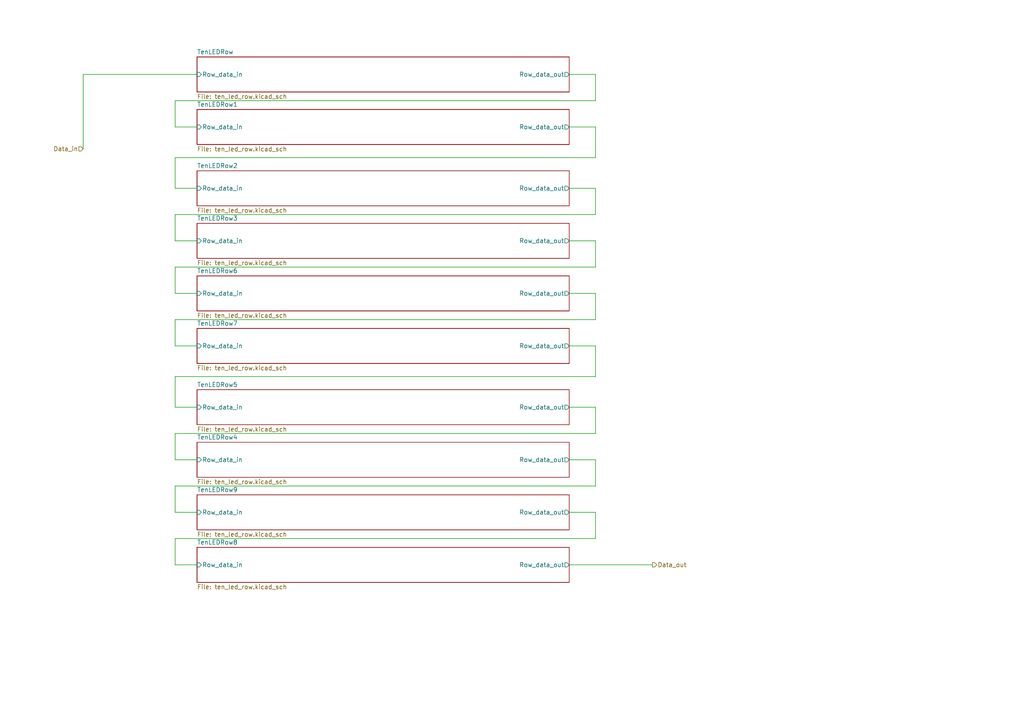
<source format=kicad_sch>
(kicad_sch (version 20211123) (generator eeschema)
  (paper "A4")
  (lib_symbols)
  (wire (pts (xy 172.72 69.85) (xy 172.72 77.47)))
  (wire (pts (xy 50.8 45.72) (xy 50.8 54.61)))
  (wire (pts (xy 50.8 62.23) (xy 50.8 69.85)))
  (wire (pts (xy 172.72 21.59) (xy 172.72 29.21)))
  (wire (pts (xy 165.1 21.59) (xy 172.72 21.59)))
  (wire (pts (xy 172.72 118.11) (xy 172.72 125.73)))
  (wire (pts (xy 165.1 148.59) (xy 172.72 148.59)))
  (wire (pts (xy 50.8 148.59) (xy 57.15 148.59)))
  (wire (pts (xy 50.8 92.71) (xy 50.8 100.33)))
  (wire (pts (xy 172.72 54.61) (xy 172.72 62.23)))
  (wire (pts (xy 165.1 36.83) (xy 172.72 36.83)))
  (wire (pts (xy 50.8 156.21) (xy 50.8 163.83)))
  (wire (pts (xy 165.1 69.85) (xy 172.72 69.85)))
  (wire (pts (xy 24.13 21.59) (xy 24.13 43.18)))
  (wire (pts (xy 165.1 118.11) (xy 172.72 118.11)))
  (wire (pts (xy 50.8 29.21) (xy 50.8 36.83)))
  (wire (pts (xy 165.1 100.33) (xy 172.72 100.33)))
  (wire (pts (xy 50.8 36.83) (xy 57.15 36.83)))
  (wire (pts (xy 172.72 29.21) (xy 50.8 29.21)))
  (wire (pts (xy 50.8 140.97) (xy 50.8 148.59)))
  (wire (pts (xy 165.1 85.09) (xy 172.72 85.09)))
  (wire (pts (xy 172.72 92.71) (xy 50.8 92.71)))
  (wire (pts (xy 172.72 133.35) (xy 172.72 140.97)))
  (wire (pts (xy 50.8 163.83) (xy 57.15 163.83)))
  (wire (pts (xy 50.8 54.61) (xy 57.15 54.61)))
  (wire (pts (xy 50.8 85.09) (xy 57.15 85.09)))
  (wire (pts (xy 165.1 163.83) (xy 189.23 163.83)))
  (wire (pts (xy 172.72 140.97) (xy 50.8 140.97)))
  (wire (pts (xy 172.72 125.73) (xy 50.8 125.73)))
  (wire (pts (xy 50.8 109.22) (xy 50.8 118.11)))
  (wire (pts (xy 50.8 69.85) (xy 57.15 69.85)))
  (wire (pts (xy 50.8 118.11) (xy 57.15 118.11)))
  (wire (pts (xy 165.1 54.61) (xy 172.72 54.61)))
  (wire (pts (xy 172.72 156.21) (xy 50.8 156.21)))
  (wire (pts (xy 172.72 36.83) (xy 172.72 45.72)))
  (wire (pts (xy 50.8 133.35) (xy 57.15 133.35)))
  (wire (pts (xy 172.72 62.23) (xy 50.8 62.23)))
  (wire (pts (xy 50.8 77.47) (xy 50.8 85.09)))
  (wire (pts (xy 172.72 45.72) (xy 50.8 45.72)))
  (wire (pts (xy 172.72 77.47) (xy 50.8 77.47)))
  (wire (pts (xy 172.72 100.33) (xy 172.72 109.22)))
  (wire (pts (xy 50.8 125.73) (xy 50.8 133.35)))
  (wire (pts (xy 50.8 100.33) (xy 57.15 100.33)))
  (wire (pts (xy 172.72 85.09) (xy 172.72 92.71)))
  (wire (pts (xy 172.72 148.59) (xy 172.72 156.21)))
  (wire (pts (xy 57.15 21.59) (xy 24.13 21.59)))
  (wire (pts (xy 165.1 133.35) (xy 172.72 133.35)))
  (wire (pts (xy 172.72 109.22) (xy 50.8 109.22)))
  (hierarchical_label "Data_out" (shape output) (at 189.23 163.83 0))
  (hierarchical_label "Data_in" (shape input) (at 24.13 43.18 180))
  (sheet (at 57.15 80.01) (size 107.95 10.16) (stroke (width 0.1524))
    (property "Sheet name" "TenLEDRow6" (at 57.15 79.2984 0) (effects (justify left bottom)))
    (property "Sheet file" "ten_led_row.kicad_sch" (at 57.15 90.7546 0) (effects (justify left top)))
    (pin "Row_data_out" output (at 165.1 85.09 0))
    (pin "Row_data_in" input (at 57.15 85.09 180))
  )
  (sheet (at 57.15 143.51) (size 107.95 10.16) (stroke (width 0.1524))
    (property "Sheet name" "TenLEDRow9" (at 57.15 142.7984 0) (effects (justify left bottom)))
    (property "Sheet file" "ten_led_row.kicad_sch" (at 57.15 154.2546 0) (effects (justify left top)))
    (pin "Row_data_out" output (at 165.1 148.59 0))
    (pin "Row_data_in" input (at 57.15 148.59 180))
  )
  (sheet (at 57.15 128.27) (size 107.95 10.16) (stroke (width 0.1524))
    (property "Sheet name" "TenLEDRow4" (at 57.15 127.5584 0) (effects (justify left bottom)))
    (property "Sheet file" "ten_led_row.kicad_sch" (at 57.15 139.0146 0) (effects (justify left top)))
    (pin "Row_data_out" output (at 165.1 133.35 0))
    (pin "Row_data_in" input (at 57.15 133.35 180))
  )
  (sheet (at 57.15 64.77) (size 107.95 10.16) (stroke (width 0.1524))
    (property "Sheet name" "TenLEDRow3" (at 57.15 64.0584 0) (effects (justify left bottom)))
    (property "Sheet file" "ten_led_row.kicad_sch" (at 57.15 75.5146 0) (effects (justify left top)))
    (pin "Row_data_out" output (at 165.1 69.85 0))
    (pin "Row_data_in" input (at 57.15 69.85 180))
  )
  (sheet (at 57.15 16.51) (size 107.95 10.16) (stroke (width 0.1524))
    (property "Sheet name" "TenLEDRow" (at 57.15 15.7984 0) (effects (justify left bottom)))
    (property "Sheet file" "ten_led_row.kicad_sch" (at 57.15 27.2546 0) (effects (justify left top)))
    (pin "Row_data_out" output (at 165.1 21.59 0))
    (pin "Row_data_in" input (at 57.15 21.59 180))
  )
  (sheet (at 57.15 31.75) (size 107.95 10.16) (stroke (width 0.1524))
    (property "Sheet name" "TenLEDRow1" (at 57.15 31.0384 0) (effects (justify left bottom)))
    (property "Sheet file" "ten_led_row.kicad_sch" (at 57.15 42.4946 0) (effects (justify left top)))
    (pin "Row_data_out" output (at 165.1 36.83 0))
    (pin "Row_data_in" input (at 57.15 36.83 180))
  )
  (sheet (at 57.15 49.53) (size 107.95 10.16) (stroke (width 0.1524))
    (property "Sheet name" "TenLEDRow2" (at 57.15 48.8184 0) (effects (justify left bottom)))
    (property "Sheet file" "ten_led_row.kicad_sch" (at 57.15 60.2746 0) (effects (justify left top)))
    (pin "Row_data_out" output (at 165.1 54.61 0))
    (pin "Row_data_in" input (at 57.15 54.61 180))
  )
  (sheet (at 57.15 95.25) (size 107.95 10.16) (stroke (width 0.1524))
    (property "Sheet name" "TenLEDRow7" (at 57.15 94.5384 0) (effects (justify left bottom)))
    (property "Sheet file" "ten_led_row.kicad_sch" (at 57.15 105.9946 0) (effects (justify left top)))
    (pin "Row_data_out" output (at 165.1 100.33 0))
    (pin "Row_data_in" input (at 57.15 100.33 180))
  )
  (sheet (at 57.15 113.03) (size 107.95 10.16) (stroke (width 0.1524))
    (property "Sheet name" "TenLEDRow5" (at 57.15 112.3184 0) (effects (justify left bottom)))
    (property "Sheet file" "ten_led_row.kicad_sch" (at 57.15 123.7746 0) (effects (justify left top)))
    (pin "Row_data_out" output (at 165.1 118.11 0))
    (pin "Row_data_in" input (at 57.15 118.11 180))
  )
  (sheet (at 57.15 158.75) (size 107.95 10.16) (stroke (width 0.1524))
    (property "Sheet name" "TenLEDRow8" (at 57.15 158.0384 0) (effects (justify left bottom)))
    (property "Sheet file" "ten_led_row.kicad_sch" (at 57.15 169.4946 0) (effects (justify left top)))
    (pin "Row_data_out" output (at 165.1 163.83 0))
    (pin "Row_data_in" input (at 57.15 163.83 180))
  )
)
</source>
